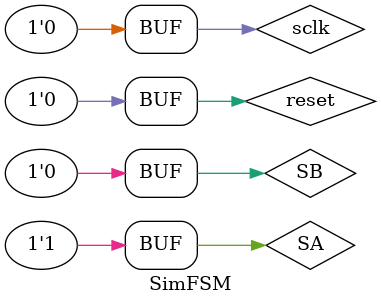
<source format=sv>
`timescale 1ns / 1ps


module SimFSM();

    logic sclk, reset, SA, SB;
    logic [2:0] LA, LB;
    logic [2:0] curState;
    
//    logic [2:0] aEx, bEx;    
//    logic [31:0] vecNum, errors;
//    logic [7:0] testVecs[10000:0];
    
    ClockedFSM theFSM(reset, sclk, SA, SB, LA, LB, curState);
    
    always
        begin 
            sclk = 1; #5; sclk = 0; #5;
        end
    
    initial
        begin
            SA = 0;
            SB = 0;
            reset = 1;
            #10; SA = 1; SB = 1;
            #10; reset = 0; SA = 1; SB = 0;
            #10; SA = 0; SB = 1;
            #10; SA = 0; SB = 1;
            #10; SA = 0; SB = 1;
            #10; SA = 1; SB = 1;
            #10; SA = 0; SB = 1;
            #10; SA = 1; SB = 1;
            #10; SA = 0; SB = 0;
            #10; SA = 1; SB = 0;
        end
        
    
    
    
//    initial 
//        begin
//            $readmemb("FSM.tv", testVecs);
//            vecNum = 0;
//            errors = 0;
//            reset = 1;
//            #27; reset = 0;
//        end
        
//     always @(posedge clk)
//        begin
//            #1;
//            {SA,SB,aEx,bEx} = testVecs[vecNum];
//        end
        
    
//    always @ (negedge clk)
//        if (~reset) begin
//            if ((LA !== aEx) | (LB !== bEx)) begin
//                $display("Error at: %b", {SA,SB});
//                $display("output %b and %b should be: %b and %b", LA, LB, aEx, bEx);
//                errors = errors + 1;
//            end
//            vecNum = vecNum + 1;
//            if (testVecs[vecNum] === 4'bx) begin
//                $display ("%b number of tests have completed with %b errors", vecNum, errors);
//                $finish;
//            end
//        end
endmodule

</source>
